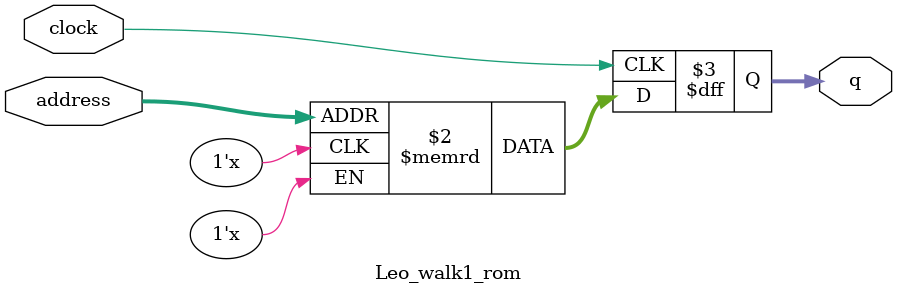
<source format=sv>
module Leo_walk1_rom (
	input logic clock,
	input logic [7:0] address,
	output logic [3:0] q
);

logic [3:0] memory [0:255] /* synthesis ram_init_file = "./Leo_walk1/Leo_walk1.mif" */;

always_ff @ (posedge clock) begin
	q <= memory[address];
end

endmodule

</source>
